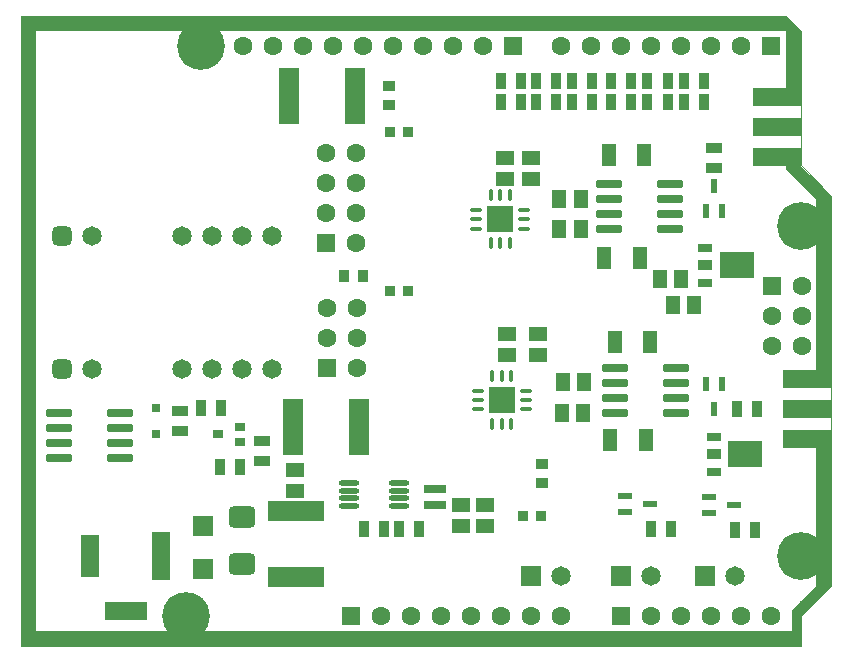
<source format=gts>
G04*
G04 #@! TF.GenerationSoftware,Altium Limited,CircuitStudio,1.5.1 (13)*
G04*
G04 Layer_Color=20142*
%FSLAX24Y24*%
%MOIN*%
G70*
G01*
G75*
%ADD43C,0.0039*%
%ADD70R,0.0512X0.0354*%
%ADD71R,0.1181X0.0866*%
%ADD72R,0.0650X0.1910*%
G04:AMPARAMS|DCode=73|XSize=29.6mil|YSize=45.3mil|CornerRadius=3.8mil|HoleSize=0mil|Usage=FLASHONLY|Rotation=270.000|XOffset=0mil|YOffset=0mil|HoleType=Round|Shape=RoundedRectangle|*
%AMROUNDEDRECTD73*
21,1,0.0296,0.0378,0,0,270.0*
21,1,0.0220,0.0453,0,0,270.0*
1,1,0.0075,-0.0189,-0.0110*
1,1,0.0075,-0.0189,0.0110*
1,1,0.0075,0.0189,0.0110*
1,1,0.0075,0.0189,-0.0110*
%
%ADD73ROUNDEDRECTD73*%
%ADD74R,0.0591X0.0473*%
%ADD75R,0.0473X0.0729*%
%ADD76R,0.0473X0.0591*%
%ADD77R,0.0217X0.0512*%
%ADD78R,0.0532X0.0355*%
%ADD79R,0.0355X0.0532*%
%ADD80R,0.0512X0.0217*%
%ADD81R,0.0414X0.0374*%
%ADD82R,0.0374X0.0414*%
G04:AMPARAMS|DCode=83|XSize=25.6mil|YSize=88.6mil|CornerRadius=6.3mil|HoleSize=0mil|Usage=FLASHONLY|Rotation=270.000|XOffset=0mil|YOffset=0mil|HoleType=Round|Shape=RoundedRectangle|*
%AMROUNDEDRECTD83*
21,1,0.0256,0.0760,0,0,270.0*
21,1,0.0130,0.0886,0,0,270.0*
1,1,0.0126,-0.0380,-0.0065*
1,1,0.0126,-0.0380,0.0065*
1,1,0.0126,0.0380,0.0065*
1,1,0.0126,0.0380,-0.0065*
%
%ADD83ROUNDEDRECTD83*%
G04:AMPARAMS|DCode=84|XSize=73mil|YSize=89mil|CornerRadius=17mil|HoleSize=0mil|Usage=FLASHONLY|Rotation=90.000|XOffset=0mil|YOffset=0mil|HoleType=Round|Shape=RoundedRectangle|*
%AMROUNDEDRECTD84*
21,1,0.0730,0.0550,0,0,90.0*
21,1,0.0390,0.0890,0,0,90.0*
1,1,0.0340,0.0275,0.0195*
1,1,0.0340,0.0275,-0.0195*
1,1,0.0340,-0.0275,-0.0195*
1,1,0.0340,-0.0275,0.0195*
%
%ADD84ROUNDEDRECTD84*%
%ADD85R,0.0681X0.0689*%
%ADD86R,0.1910X0.0650*%
%ADD87R,0.0729X0.0256*%
%ADD88R,0.0256X0.0256*%
%ADD89O,0.0689X0.0197*%
%ADD90R,0.0374X0.0296*%
%ADD91R,0.0335X0.0335*%
%ADD92R,0.1620X0.0620*%
%ADD93O,0.0433X0.0138*%
%ADD94O,0.0138X0.0433*%
%ADD95R,0.0859X0.0859*%
%ADD96C,0.0630*%
%ADD97R,0.0630X0.0630*%
G04:AMPARAMS|DCode=98|XSize=65mil|YSize=65mil|CornerRadius=16.7mil|HoleSize=0mil|Usage=FLASHONLY|Rotation=0.000|XOffset=0mil|YOffset=0mil|HoleType=Round|Shape=RoundedRectangle|*
%AMROUNDEDRECTD98*
21,1,0.0650,0.0315,0,0,0.0*
21,1,0.0315,0.0650,0,0,0.0*
1,1,0.0335,0.0157,-0.0157*
1,1,0.0335,-0.0157,-0.0157*
1,1,0.0335,-0.0157,0.0157*
1,1,0.0335,0.0157,0.0157*
%
%ADD98ROUNDEDRECTD98*%
%ADD99C,0.0650*%
%ADD100R,0.0650X0.0650*%
%ADD101R,0.0630X0.0630*%
%ADD102C,0.1595*%
%ADD103R,0.0611X0.1595*%
%ADD104R,0.0611X0.1398*%
%ADD105R,0.1398X0.0611*%
%ADD106C,0.0256*%
G36*
X43461Y55005D02*
X43461Y55005D01*
Y49205D01*
X42961D01*
Y53505D01*
X43161Y53705D01*
Y54305D01*
X42961Y54505D01*
Y54905D01*
X41961Y55905D01*
Y56005D01*
X41961Y56005D01*
X42461D01*
X43461Y55005D01*
D02*
G37*
G36*
X42461Y60505D02*
Y58605D01*
X41961D01*
Y60505D01*
X22961D01*
X22711Y60755D01*
X22211D01*
X21961Y60505D01*
X16961D01*
Y40505D01*
X21461D01*
X21711Y40255D01*
X22211D01*
X22461Y40505D01*
X42161D01*
Y41205D01*
X42961Y42005D01*
Y42505D01*
X43211Y42755D01*
Y43255D01*
X42961Y43505D01*
X42957Y46659D01*
X43461D01*
Y42005D01*
X42461Y41005D01*
X42461Y40005D01*
X16461D01*
X16461Y60989D01*
X41961Y61005D01*
X42461Y60505D01*
D02*
G37*
D43*
X16461Y40005D02*
Y60989D01*
X43461Y42005D02*
Y55005D01*
X16461Y60989D02*
X41961D01*
X42453Y60497D01*
Y56013D02*
Y60497D01*
Y56013D02*
X43461Y55005D01*
X16461Y40005D02*
X41961D01*
X42461Y41005D02*
X43461Y42005D01*
X42461Y40005D02*
Y41005D01*
X41961Y40005D02*
X42461D01*
D70*
X39275Y52682D02*
D03*
X39551Y46383D02*
D03*
D71*
X40319Y52682D02*
D03*
X40595Y46383D02*
D03*
D72*
X27602Y58312D02*
D03*
X25398D02*
D03*
X27720Y47289D02*
D03*
X25516D02*
D03*
D73*
X39276Y52092D02*
D03*
Y53273D02*
D03*
X39551Y45793D02*
D03*
Y46974D02*
D03*
D74*
X33469Y55556D02*
D03*
Y56265D02*
D03*
X32602Y55556D02*
D03*
Y56265D02*
D03*
X33705Y49690D02*
D03*
Y50399D02*
D03*
X32681Y49690D02*
D03*
Y50399D02*
D03*
X31933Y43982D02*
D03*
Y44690D02*
D03*
X31146D02*
D03*
Y43982D02*
D03*
X25594Y45871D02*
D03*
Y45163D02*
D03*
D75*
X36067Y56344D02*
D03*
X37248D02*
D03*
X37091Y52919D02*
D03*
X35909D02*
D03*
X36264Y50123D02*
D03*
X37445D02*
D03*
X37287Y46856D02*
D03*
X36106D02*
D03*
D76*
X34413Y54887D02*
D03*
X35122D02*
D03*
X34413Y53903D02*
D03*
X35122D02*
D03*
X38468Y52210D02*
D03*
X37760D02*
D03*
X34532Y48785D02*
D03*
X35240D02*
D03*
X34492Y47761D02*
D03*
X35201D02*
D03*
X38193Y51344D02*
D03*
X38902D02*
D03*
D77*
X39571Y55324D02*
D03*
X39827Y54478D02*
D03*
X39315D02*
D03*
X39571Y47889D02*
D03*
X39315Y48735D02*
D03*
X39827D02*
D03*
D78*
X39571Y55930D02*
D03*
Y56600D02*
D03*
X24492Y46167D02*
D03*
Y46836D02*
D03*
X21776Y47820D02*
D03*
Y47151D02*
D03*
D79*
X39236Y58115D02*
D03*
X38567D02*
D03*
X37346D02*
D03*
X38016D02*
D03*
X36795D02*
D03*
X36126D02*
D03*
X36795Y58824D02*
D03*
X36126D02*
D03*
X37346Y58824D02*
D03*
X38016D02*
D03*
X39236Y58824D02*
D03*
X38567D02*
D03*
X34827Y58115D02*
D03*
X35496D02*
D03*
X34315D02*
D03*
X33646D02*
D03*
X32465D02*
D03*
X33134D02*
D03*
X32465Y58824D02*
D03*
X33134D02*
D03*
X34315Y58824D02*
D03*
X33646D02*
D03*
X34827Y58824D02*
D03*
X35496D02*
D03*
X40929Y43863D02*
D03*
X40260D02*
D03*
X38134Y43903D02*
D03*
X37465D02*
D03*
X40995Y47905D02*
D03*
X40326D02*
D03*
X23764Y45950D02*
D03*
X23094D02*
D03*
X23134Y47919D02*
D03*
X22465D02*
D03*
X29748Y43903D02*
D03*
X29079D02*
D03*
X28567D02*
D03*
X27898D02*
D03*
D80*
X39384Y44946D02*
D03*
Y44434D02*
D03*
X40230Y44690D02*
D03*
X36589Y44985D02*
D03*
Y44474D02*
D03*
X37435Y44730D02*
D03*
D81*
X28744Y58667D02*
D03*
Y58037D02*
D03*
X33823Y46068D02*
D03*
Y45438D02*
D03*
D82*
X27248Y52328D02*
D03*
X27878D02*
D03*
D83*
X38311Y47759D02*
D03*
Y48259D02*
D03*
Y49259D02*
D03*
X36264Y47759D02*
D03*
Y48259D02*
D03*
Y49259D02*
D03*
X38311Y48759D02*
D03*
X36264D02*
D03*
X19768Y46763D02*
D03*
X17721D02*
D03*
X19768Y46263D02*
D03*
Y47263D02*
D03*
Y47763D02*
D03*
X17721Y46263D02*
D03*
Y47263D02*
D03*
Y47763D02*
D03*
X38114Y53901D02*
D03*
Y54401D02*
D03*
Y55401D02*
D03*
X36067Y53901D02*
D03*
Y54401D02*
D03*
Y55401D02*
D03*
X38114Y54901D02*
D03*
X36067D02*
D03*
D84*
X23823Y42712D02*
D03*
Y44309D02*
D03*
D85*
X22524Y42568D02*
D03*
Y43978D02*
D03*
D86*
X25634Y42289D02*
D03*
Y44493D02*
D03*
D87*
X30280Y45232D02*
D03*
Y44700D02*
D03*
D88*
X20949Y47919D02*
D03*
Y47052D02*
D03*
D89*
X29059Y44661D02*
D03*
Y44917D02*
D03*
Y45173D02*
D03*
Y45428D02*
D03*
X27406Y44661D02*
D03*
Y44917D02*
D03*
Y45173D02*
D03*
Y45428D02*
D03*
D90*
X23016Y47052D02*
D03*
X23764Y47308D02*
D03*
Y46797D02*
D03*
D91*
X33803Y44336D02*
D03*
X33213D02*
D03*
X28764Y51816D02*
D03*
X29354D02*
D03*
Y57131D02*
D03*
X28764D02*
D03*
D92*
X42661Y48905D02*
D03*
Y46905D02*
D03*
Y47905D02*
D03*
X41661Y58305D02*
D03*
Y56305D02*
D03*
Y57305D02*
D03*
D93*
X31648Y54533D02*
D03*
Y54218D02*
D03*
Y53903D02*
D03*
X33242D02*
D03*
Y54218D02*
D03*
Y54533D02*
D03*
X33282Y48509D02*
D03*
Y48194D02*
D03*
Y47879D02*
D03*
X31687D02*
D03*
Y48194D02*
D03*
Y48509D02*
D03*
D94*
X32130Y53421D02*
D03*
X32445D02*
D03*
X32760D02*
D03*
Y55015D02*
D03*
X32445D02*
D03*
X32130D02*
D03*
X32169Y48991D02*
D03*
X32484D02*
D03*
X32799D02*
D03*
Y47397D02*
D03*
X32484D02*
D03*
X32169D02*
D03*
D95*
X32445Y54218D02*
D03*
X32484Y48194D02*
D03*
D96*
X34461Y41005D02*
D03*
X33461D02*
D03*
X32461D02*
D03*
X31461D02*
D03*
X30461D02*
D03*
X29461D02*
D03*
X28461D02*
D03*
X41461D02*
D03*
X40461D02*
D03*
X39461D02*
D03*
X38461D02*
D03*
X37461D02*
D03*
X27657Y50257D02*
D03*
Y51257D02*
D03*
Y49257D02*
D03*
X26657Y51257D02*
D03*
Y50257D02*
D03*
X41511Y50985D02*
D03*
Y49985D02*
D03*
X42511Y51985D02*
D03*
Y49985D02*
D03*
Y50985D02*
D03*
X27618Y56430D02*
D03*
Y55430D02*
D03*
Y54430D02*
D03*
Y53430D02*
D03*
X26618Y56430D02*
D03*
Y55430D02*
D03*
Y54430D02*
D03*
X31861Y60005D02*
D03*
X30861D02*
D03*
X29861D02*
D03*
X28861D02*
D03*
X27861D02*
D03*
X26861D02*
D03*
X25861D02*
D03*
X24861D02*
D03*
X23861D02*
D03*
X40461D02*
D03*
X39461D02*
D03*
X38461D02*
D03*
X37461D02*
D03*
X36461D02*
D03*
X35461D02*
D03*
X34461D02*
D03*
D97*
X27461Y41005D02*
D03*
X36461D02*
D03*
X32861Y60005D02*
D03*
X41461D02*
D03*
D98*
X17839Y49218D02*
D03*
Y53667D02*
D03*
D99*
X18839Y49218D02*
D03*
X21839D02*
D03*
X22839D02*
D03*
X23839D02*
D03*
X24839D02*
D03*
Y53667D02*
D03*
X23839D02*
D03*
X22839D02*
D03*
X21839D02*
D03*
X18839D02*
D03*
X40256Y42328D02*
D03*
X37461D02*
D03*
X34469D02*
D03*
X32445Y54218D02*
D03*
X32484Y48194D02*
D03*
D100*
X39256Y42328D02*
D03*
X36461D02*
D03*
X33468D02*
D03*
D101*
X26657Y49257D02*
D03*
X41511Y51985D02*
D03*
X26618Y53430D02*
D03*
D102*
X21961Y41005D02*
D03*
X42461Y43005D02*
D03*
Y54005D02*
D03*
X22461Y60005D02*
D03*
D103*
X21142Y43005D02*
D03*
D104*
X18780D02*
D03*
D105*
X19961Y41155D02*
D03*
D106*
X16756Y60674D02*
D03*
X17937D02*
D03*
X18921D02*
D03*
X19906D02*
D03*
X20890D02*
D03*
X16756Y59690D02*
D03*
Y58706D02*
D03*
Y57722D02*
D03*
Y56737D02*
D03*
Y55753D02*
D03*
Y54769D02*
D03*
Y53785D02*
D03*
Y52800D02*
D03*
Y51816D02*
D03*
Y50832D02*
D03*
Y49848D02*
D03*
Y48863D02*
D03*
Y47879D02*
D03*
Y46895D02*
D03*
Y45911D02*
D03*
Y44926D02*
D03*
Y43942D02*
D03*
Y42958D02*
D03*
Y41974D02*
D03*
Y40989D02*
D03*
X17445Y40300D02*
D03*
X18429D02*
D03*
X19413D02*
D03*
X20398D02*
D03*
X23350D02*
D03*
X24335D02*
D03*
X25319D02*
D03*
X26303D02*
D03*
X27287D02*
D03*
X28272D02*
D03*
X29256D02*
D03*
X30240D02*
D03*
X31224D02*
D03*
X32209D02*
D03*
X33193D02*
D03*
X34177D02*
D03*
X35161D02*
D03*
X36146D02*
D03*
X37130D02*
D03*
X38114D02*
D03*
X39098D02*
D03*
X40083D02*
D03*
X41067D02*
D03*
X42051D02*
D03*
X42543Y41383D02*
D03*
X43134Y43942D02*
D03*
Y44926D02*
D03*
Y45911D02*
D03*
X23843Y60674D02*
D03*
X24827D02*
D03*
X25811D02*
D03*
X26795D02*
D03*
X27780D02*
D03*
X28764D02*
D03*
X29748D02*
D03*
X30732D02*
D03*
X31717D02*
D03*
X32701D02*
D03*
X33685D02*
D03*
X34669D02*
D03*
X35654D02*
D03*
X36638D02*
D03*
X37622D02*
D03*
X38606D02*
D03*
X39591D02*
D03*
X40575D02*
D03*
X41559D02*
D03*
X42150Y60478D02*
D03*
Y59198D02*
D03*
X43134Y49848D02*
D03*
Y50832D02*
D03*
Y51816D02*
D03*
Y52800D02*
D03*
X42740Y55360D02*
D03*
M02*

</source>
